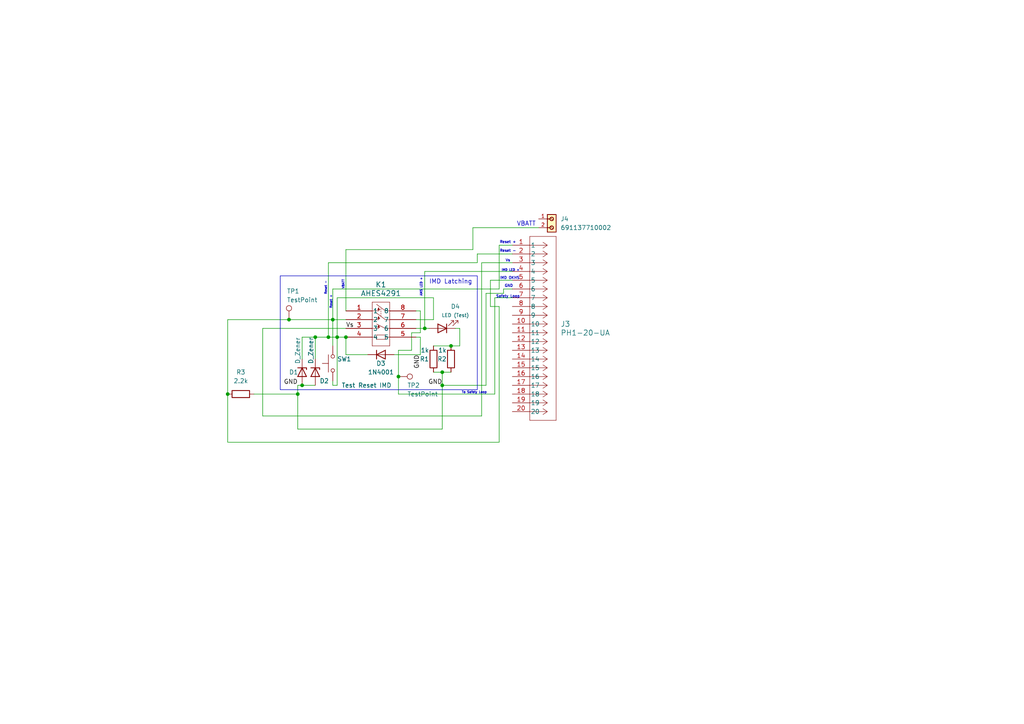
<source format=kicad_sch>
(kicad_sch (version 20231120) (generator "eeschema") (generator_version "8.0")
  (paper "A4")
  (lib_symbols
    (symbol "691137710002:691137710002" (pin_names (offset 1.016))
      (property "Reference" "J" (at -4.88 -0.922 0))
      (symbol "691137710002_0_0"
        (rectangle (start -3.81 -2.54) (end 1.27 0) (stroke (width 0.254)) (fill (type background)))
        (circle (center -2.54 -1.27) (radius 0.508) (stroke (width 0.254)))
        (circle (center 0 -1.27) (radius 0.508) (stroke (width 0.254)))
        (polyline (pts (xy -2.54 -1.778) (xy -2.54 -2.54)) (stroke (width 0.254)))
        (polyline (pts (xy -2.286 -1.016) (xy -2.794 -1.524)) (stroke (width 0.1524)))
        (polyline (pts (xy 0 -1.778) (xy 0 -2.54)) (stroke (width 0.254)))
        (polyline (pts (xy 0.254 -1.016) (xy -0.254 -1.524)) (stroke (width 0.1524)))
        (pin passive line (at -2.54 -5.08 90) (length 2.54) (name "~") (number "1"))
        (pin passive line (at 0 -5.08 90) (length 2.54) (name "~") (number "2"))
      )
    )
    (symbol "Connector:TestPoint" (pin_numbers hide) (pin_names (offset 0.762) hide)
      (property "Reference" "TP" (at 0 6.858 0))
      (property "Value" "TestPoint" (at 0 5.08 0))
      (symbol "TestPoint_0_1"
        (circle (center 0 3.302) (radius 0.762))
      )
      (symbol "TestPoint_1_1"
        (pin passive line (at 0 0 90) (length 2.54) (name "1") (number "1"))
      )
    )
    (symbol "Device:D_Zener" (pin_numbers hide) (pin_names (offset 1.016) hide)
      (property "Reference" "D" (at 0 2.54 0))
      (property "Value" "D_Zener" (at 0 -2.54 0))
      (symbol "D_Zener_0_1"
        (polyline (pts (xy 1.27 0) (xy -1.27 0)))
        (polyline (pts (xy -1.27 -1.27) (xy -1.27 1.27) (xy -0.762 1.27)) (stroke (width 0.254)))
        (polyline (pts (xy 1.27 -1.27) (xy 1.27 1.27) (xy -1.27 0) (xy 1.27 -1.27)) (stroke (width 0.254)))
      )
      (symbol "D_Zener_1_1"
        (pin passive line (at -3.81 0 0) (length 2.54) (name "K") (number "1"))
        (pin passive line (at 3.81 0 180) (length 2.54) (name "A") (number "2"))
      )
    )
    (symbol "Device:LED" (pin_numbers hide) (pin_names (offset 1.016) hide)
      (property "Reference" "D" (at 0 2.54 0))
      (property "Value" "LED" (at 0 -2.54 0))
      (symbol "LED_0_1"
        (polyline (pts (xy -1.27 -1.27) (xy -1.27 1.27)) (stroke (width 0.254)))
        (polyline (pts (xy -1.27 0) (xy 1.27 0)))
        (polyline (pts (xy 1.27 -1.27) (xy 1.27 1.27) (xy -1.27 0) (xy 1.27 -1.27)) (stroke (width 0.254)))
        (polyline (pts (xy -3.048 -0.762) (xy -4.572 -2.286) (xy -3.81 -2.286) (xy -4.572 -2.286) (xy -4.572 -1.524)))
        (polyline (pts (xy -1.778 -0.762) (xy -3.302 -2.286) (xy -2.54 -2.286) (xy -3.302 -2.286) (xy -3.302 -1.524)))
      )
      (symbol "LED_1_1"
        (pin passive line (at -3.81 0 0) (length 2.54) (name "K") (number "1"))
        (pin passive line (at 3.81 0 180) (length 2.54) (name "A") (number "2"))
      )
    )
    (symbol "Device:R" (pin_numbers hide) (pin_names (offset 0))
      (property "Reference" "R" (at 2.032 0 90))
      (property "Value" "R" (at 0 0 90))
      (symbol "R_0_1"
        (rectangle (start -1.016 -2.54) (end 1.016 2.54) (stroke (width 0.254)))
      )
      (symbol "R_1_1"
        (pin passive line (at 0 3.81 270) (length 1.27) (name "~") (number "1"))
        (pin passive line (at 0 -3.81 90) (length 1.27) (name "~") (number "2"))
      )
    )
    (symbol "Diode:1N4001" (pin_numbers hide) (pin_names hide)
      (property "Reference" "D" (at 0 2.54 0))
      (property "Value" "1N4001" (at 0 -2.54 0))
      (symbol "1N4001_0_1"
        (polyline (pts (xy -1.27 1.27) (xy -1.27 -1.27)) (stroke (width 0.254)))
        (polyline (pts (xy 1.27 0) (xy -1.27 0)))
        (polyline (pts (xy 1.27 1.27) (xy 1.27 -1.27) (xy -1.27 0) (xy 1.27 1.27)) (stroke (width 0.254)))
      )
      (symbol "1N4001_1_1"
        (pin passive line (at -3.81 0 0) (length 2.54) (name "K") (number "1"))
        (pin passive line (at 3.81 0 180) (length 2.54) (name "A") (number "2"))
      )
    )
    (symbol "PH1-20-UA:PH1-20-UA" (pin_names (offset 0.254))
      (property "Reference" "J" (at 8.89 6.35 0))
      (property "Value" "PH1-20-UA" (at 0 0 0))
      (symbol "PH1-20-UA_1_1"
        (polyline (pts (xy 5.08 -50.8) (xy 12.7 -50.8)) (stroke (width 0.127)))
        (polyline (pts (xy 5.08 2.54) (xy 5.08 -50.8)) (stroke (width 0.127)))
        (polyline (pts (xy 10.16 -48.26) (xy 5.08 -48.26)) (stroke (width 0.127)))
        (polyline (pts (xy 10.16 -48.26) (xy 8.89 -49.1067)) (stroke (width 0.127)))
        (polyline (pts (xy 10.16 -48.26) (xy 8.89 -47.4133)) (stroke (width 0.127)))
        (polyline (pts (xy 10.16 -45.72) (xy 5.08 -45.72)) (stroke (width 0.127)))
        (polyline (pts (xy 10.16 -45.72) (xy 8.89 -46.5667)) (stroke (width 0.127)))
        (polyline (pts (xy 10.16 -45.72) (xy 8.89 -44.8733)) (stroke (width 0.127)))
        (polyline (pts (xy 10.16 -43.18) (xy 5.08 -43.18)) (stroke (width 0.127)))
        (polyline (pts (xy 10.16 -43.18) (xy 8.89 -44.0267)) (stroke (width 0.127)))
        (polyline (pts (xy 10.16 -43.18) (xy 8.89 -42.3333)) (stroke (width 0.127)))
        (polyline (pts (xy 10.16 -40.64) (xy 5.08 -40.64)) (stroke (width 0.127)))
        (polyline (pts (xy 10.16 -40.64) (xy 8.89 -41.4867)) (stroke (width 0.127)))
        (polyline (pts (xy 10.16 -40.64) (xy 8.89 -39.7933)) (stroke (width 0.127)))
        (polyline (pts (xy 10.16 -38.1) (xy 5.08 -38.1)) (stroke (width 0.127)))
        (polyline (pts (xy 10.16 -38.1) (xy 8.89 -38.9467)) (stroke (width 0.127)))
        (polyline (pts (xy 10.16 -38.1) (xy 8.89 -37.2533)) (stroke (width 0.127)))
        (polyline (pts (xy 10.16 -35.56) (xy 5.08 -35.56)) (stroke (width 0.127)))
        (polyline (pts (xy 10.16 -35.56) (xy 8.89 -36.4067)) (stroke (width 0.127)))
        (polyline (pts (xy 10.16 -35.56) (xy 8.89 -34.7133)) (stroke (width 0.127)))
        (polyline (pts (xy 10.16 -33.02) (xy 5.08 -33.02)) (stroke (width 0.127)))
        (polyline (pts (xy 10.16 -33.02) (xy 8.89 -33.8667)) (stroke (width 0.127)))
        (polyline (pts (xy 10.16 -33.02) (xy 8.89 -32.1733)) (stroke (width 0.127)))
        (polyline (pts (xy 10.16 -30.48) (xy 5.08 -30.48)) (stroke (width 0.127)))
        (polyline (pts (xy 10.16 -30.48) (xy 8.89 -31.3267)) (stroke (width 0.127)))
        (polyline (pts (xy 10.16 -30.48) (xy 8.89 -29.6333)) (stroke (width 0.127)))
        (polyline (pts (xy 10.16 -27.94) (xy 5.08 -27.94)) (stroke (width 0.127)))
        (polyline (pts (xy 10.16 -27.94) (xy 8.89 -28.7867)) (stroke (width 0.127)))
        (polyline (pts (xy 10.16 -27.94) (xy 8.89 -27.0933)) (stroke (width 0.127)))
        (polyline (pts (xy 10.16 -25.4) (xy 5.08 -25.4)) (stroke (width 0.127)))
        (polyline (pts (xy 10.16 -25.4) (xy 8.89 -26.2467)) (stroke (width 0.127)))
        (polyline (pts (xy 10.16 -25.4) (xy 8.89 -24.5533)) (stroke (width 0.127)))
        (polyline (pts (xy 10.16 -22.86) (xy 5.08 -22.86)) (stroke (width 0.127)))
        (polyline (pts (xy 10.16 -22.86) (xy 8.89 -23.7067)) (stroke (width 0.127)))
        (polyline (pts (xy 10.16 -22.86) (xy 8.89 -22.0133)) (stroke (width 0.127)))
        (polyline (pts (xy 10.16 -20.32) (xy 5.08 -20.32)) (stroke (width 0.127)))
        (polyline (pts (xy 10.16 -20.32) (xy 8.89 -21.1667)) (stroke (width 0.127)))
        (polyline (pts (xy 10.16 -20.32) (xy 8.89 -19.4733)) (stroke (width 0.127)))
        (polyline (pts (xy 10.16 -17.78) (xy 5.08 -17.78)) (stroke (width 0.127)))
        (polyline (pts (xy 10.16 -17.78) (xy 8.89 -18.6267)) (stroke (width 0.127)))
        (polyline (pts (xy 10.16 -17.78) (xy 8.89 -16.9333)) (stroke (width 0.127)))
        (polyline (pts (xy 10.16 -15.24) (xy 5.08 -15.24)) (stroke (width 0.127)))
        (polyline (pts (xy 10.16 -15.24) (xy 8.89 -16.0867)) (stroke (width 0.127)))
        (polyline (pts (xy 10.16 -15.24) (xy 8.89 -14.3933)) (stroke (width 0.127)))
        (polyline (pts (xy 10.16 -12.7) (xy 5.08 -12.7)) (stroke (width 0.127)))
        (polyline (pts (xy 10.16 -12.7) (xy 8.89 -13.5467)) (stroke (width 0.127)))
        (polyline (pts (xy 10.16 -12.7) (xy 8.89 -11.8533)) (stroke (width 0.127)))
        (polyline (pts (xy 10.16 -10.16) (xy 5.08 -10.16)) (stroke (width 0.127)))
        (polyline (pts (xy 10.16 -10.16) (xy 8.89 -11.0067)) (stroke (width 0.127)))
        (polyline (pts (xy 10.16 -10.16) (xy 8.89 -9.3133)) (stroke (width 0.127)))
        (polyline (pts (xy 10.16 -7.62) (xy 5.08 -7.62)) (stroke (width 0.127)))
        (polyline (pts (xy 10.16 -7.62) (xy 8.89 -8.4667)) (stroke (width 0.127)))
        (polyline (pts (xy 10.16 -7.62) (xy 8.89 -6.7733)) (stroke (width 0.127)))
        (polyline (pts (xy 10.16 -5.08) (xy 5.08 -5.08)) (stroke (width 0.127)))
        (polyline (pts (xy 10.16 -5.08) (xy 8.89 -5.9267)) (stroke (width 0.127)))
        (polyline (pts (xy 10.16 -5.08) (xy 8.89 -4.2333)) (stroke (width 0.127)))
        (polyline (pts (xy 10.16 -2.54) (xy 5.08 -2.54)) (stroke (width 0.127)))
        (polyline (pts (xy 10.16 -2.54) (xy 8.89 -3.3867)) (stroke (width 0.127)))
        (polyline (pts (xy 10.16 -2.54) (xy 8.89 -1.6933)) (stroke (width 0.127)))
        (polyline (pts (xy 10.16 0) (xy 5.08 0)) (stroke (width 0.127)))
        (polyline (pts (xy 10.16 0) (xy 8.89 -0.8467)) (stroke (width 0.127)))
        (polyline (pts (xy 10.16 0) (xy 8.89 0.8467)) (stroke (width 0.127)))
        (polyline (pts (xy 12.7 -50.8) (xy 12.7 2.54)) (stroke (width 0.127)))
        (polyline (pts (xy 12.7 2.54) (xy 5.08 2.54)) (stroke (width 0.127)))
        (pin unspecified line (at 0 0 0) (length 5.08) (name "1") (number "1"))
        (pin unspecified line (at 0 -22.86 0) (length 5.08) (name "10") (number "10"))
        (pin unspecified line (at 0 -25.4 0) (length 5.08) (name "11") (number "11"))
        (pin unspecified line (at 0 -27.94 0) (length 5.08) (name "12") (number "12"))
        (pin unspecified line (at 0 -30.48 0) (length 5.08) (name "13") (number "13"))
        (pin unspecified line (at 0 -33.02 0) (length 5.08) (name "14") (number "14"))
        (pin unspecified line (at 0 -35.56 0) (length 5.08) (name "15") (number "15"))
        (pin unspecified line (at 0 -38.1 0) (length 5.08) (name "16") (number "16"))
        (pin unspecified line (at 0 -40.64 0) (length 5.08) (name "17") (number "17"))
        (pin unspecified line (at 0 -43.18 0) (length 5.08) (name "18") (number "18"))
        (pin unspecified line (at 0 -45.72 0) (length 5.08) (name "19") (number "19"))
        (pin unspecified line (at 0 -2.54 0) (length 5.08) (name "2") (number "2"))
        (pin unspecified line (at 0 -48.26 0) (length 5.08) (name "20") (number "20"))
        (pin unspecified line (at 0 -5.08 0) (length 5.08) (name "3") (number "3"))
        (pin unspecified line (at 0 -7.62 0) (length 5.08) (name "4") (number "4"))
        (pin unspecified line (at 0 -10.16 0) (length 5.08) (name "5") (number "5"))
        (pin unspecified line (at 0 -12.7 0) (length 5.08) (name "6") (number "6"))
        (pin unspecified line (at 0 -15.24 0) (length 5.08) (name "7") (number "7"))
        (pin unspecified line (at 0 -17.78 0) (length 5.08) (name "8") (number "8"))
        (pin unspecified line (at 0 -20.32 0) (length 5.08) (name "9") (number "9"))
      )
      (symbol "PH1-20-UA_1_2"
        (polyline (pts (xy 5.08 -50.8) (xy 12.7 -50.8)) (stroke (width 0.127)))
        (polyline (pts (xy 5.08 2.54) (xy 5.08 -50.8)) (stroke (width 0.127)))
        (polyline (pts (xy 7.62 -48.26) (xy 5.08 -48.26)) (stroke (width 0.127)))
        (polyline (pts (xy 7.62 -48.26) (xy 8.89 -49.1067)) (stroke (width 0.127)))
        (polyline (pts (xy 7.62 -48.26) (xy 8.89 -47.4133)) (stroke (width 0.127)))
        (polyline (pts (xy 7.62 -45.72) (xy 5.08 -45.72)) (stroke (width 0.127)))
        (polyline (pts (xy 7.62 -45.72) (xy 8.89 -46.5667)) (stroke (width 0.127)))
        (polyline (pts (xy 7.62 -45.72) (xy 8.89 -44.8733)) (stroke (width 0.127)))
        (polyline (pts (xy 7.62 -43.18) (xy 5.08 -43.18)) (stroke (width 0.127)))
        (polyline (pts (xy 7.62 -43.18) (xy 8.89 -44.0267)) (stroke (width 0.127)))
        (polyline (pts (xy 7.62 -43.18) (xy 8.89 -42.3333)) (stroke (width 0.127)))
        (polyline (pts (xy 7.62 -40.64) (xy 5.08 -40.64)) (stroke (width 0.127)))
        (polyline (pts (xy 7.62 -40.64) (xy 8.89 -41.4867)) (stroke (width 0.127)))
        (polyline (pts (xy 7.62 -40.64) (xy 8.89 -39.7933)) (stroke (width 0.127)))
        (polyline (pts (xy 7.62 -38.1) (xy 5.08 -38.1)) (stroke (width 0.127)))
        (polyline (pts (xy 7.62 -38.1) (xy 8.89 -38.9467)) (stroke (width 0.127)))
        (polyline (pts (xy 7.62 -38.1) (xy 8.89 -37.2533)) (stroke (width 0.127)))
        (polyline (pts (xy 7.62 -35.56) (xy 5.08 -35.56)) (stroke (width 0.127)))
        (polyline (pts (xy 7.62 -35.56) (xy 8.89 -36.4067)) (stroke (width 0.127)))
        (polyline (pts (xy 7.62 -35.56) (xy 8.89 -34.7133)) (stroke (width 0.127)))
        (polyline (pts (xy 7.62 -33.02) (xy 5.08 -33.02)) (stroke (width 0.127)))
        (polyline (pts (xy 7.62 -33.02) (xy 8.89 -33.8667)) (stroke (width 0.127)))
        (polyline (pts (xy 7.62 -33.02) (xy 8.89 -32.1733)) (stroke (width 0.127)))
        (polyline (pts (xy 7.62 -30.48) (xy 5.08 -30.48)) (stroke (width 0.127)))
        (polyline (pts (xy 7.62 -30.48) (xy 8.89 -31.3267)) (stroke (width 0.127)))
        (polyline (pts (xy 7.62 -30.48) (xy 8.89 -29.6333)) (stroke (width 0.127)))
        (polyline (pts (xy 7.62 -27.94) (xy 5.08 -27.94)) (stroke (width 0.127)))
        (polyline (pts (xy 7.62 -27.94) (xy 8.89 -28.7867)) (stroke (width 0.127)))
        (polyline (pts (xy 7.62 -27.94) (xy 8.89 -27.0933)) (stroke (width 0.127)))
        (polyline (pts (xy 7.62 -25.4) (xy 5.08 -25.4)) (stroke (width 0.127)))
        (polyline (pts (xy 7.62 -25.4) (xy 8.89 -26.2467)) (stroke (width 0.127)))
        (polyline (pts (xy 7.62 -25.4) (xy 8.89 -24.5533)) (stroke (width 0.127)))
        (polyline (pts (xy 7.62 -22.86) (xy 5.08 -22.86)) (stroke (width 0.127)))
        (polyline (pts (xy 7.62 -22.86) (xy 8.89 -23.7067)) (stroke (width 0.127)))
        (polyline (pts (xy 7.62 -22.86) (xy 8.89 -22.0133)) (stroke (width 0.127)))
        (polyline (pts (xy 7.62 -20.32) (xy 5.08 -20.32)) (stroke (width 0.127)))
        (polyline (pts (xy 7.62 -20.32) (xy 8.89 -21.1667)) (stroke (width 0.127)))
        (polyline (pts (xy 7.62 -20.32) (xy 8.89 -19.4733)) (stroke (width 0.127)))
        (polyline (pts (xy 7.62 -17.78) (xy 5.08 -17.78)) (stroke (width 0.127)))
        (polyline (pts (xy 7.62 -17.78) (xy 8.89 -18.6267)) (stroke (width 0.127)))
        (polyline (pts (xy 7.62 -17.78) (xy 8.89 -16.9333)) (stroke (width 0.127)))
        (polyline (pts (xy 7.62 -15.24) (xy 5.08 -15.24)) (stroke (width 0.127)))
        (polyline (pts (xy 7.62 -15.24) (xy 8.89 -16.0867)) (stroke (width 0.127)))
        (polyline (pts (xy 7.62 -15.24) (xy 8.89 -14.3933)) (stroke (width 0.127)))
        (polyline (pts (xy 7.62 -12.7) (xy 5.08 -12.7)) (stroke (width 0.127)))
        (polyline (pts (xy 7.62 -12.7) (xy 8.89 -13.5467)) (stroke (width 0.127)))
        (polyline (pts (xy 7.62 -12.7) (xy 8.89 -11.8533)) (stroke (width 0.127)))
        (polyline (pts (xy 7.62 -10.16) (xy 5.08 -10.16)) (stroke (width 0.127)))
        (polyline (pts (xy 7.62 -10.16) (xy 8.89 -11.0067)) (stroke (width 0.127)))
        (polyline (pts (xy 7.62 -10.16) (xy 8.89 -9.3133)) (stroke (width 0.127)))
        (polyline (pts (xy 7.62 -7.62) (xy 5.08 -7.62)) (stroke (width 0.127)))
        (polyline (pts (xy 7.62 -7.62) (xy 8.89 -8.4667)) (stroke (width 0.127)))
        (polyline (pts (xy 7.62 -7.62) (xy 8.89 -6.7733)) (stroke (width 0.127)))
        (polyline (pts (xy 7.62 -5.08) (xy 5.08 -5.08)) (stroke (width 0.127)))
        (polyline (pts (xy 7.62 -5.08) (xy 8.89 -5.9267)) (stroke (width 0.127)))
        (polyline (pts (xy 7.62 -5.08) (xy 8.89 -4.2333)) (stroke (width 0.127)))
        (polyline (pts (xy 7.62 -2.54) (xy 5.08 -2.54)) (stroke (width 0.127)))
        (polyline (pts (xy 7.62 -2.54) (xy 8.89 -3.3867)) (stroke (width 0.127)))
        (polyline (pts (xy 7.62 -2.54) (xy 8.89 -1.6933)) (stroke (width 0.127)))
        (polyline (pts (xy 7.62 0) (xy 5.08 0)) (stroke (width 0.127)))
        (polyline (pts (xy 7.62 0) (xy 8.89 -0.8467)) (stroke (width 0.127)))
        (polyline (pts (xy 7.62 0) (xy 8.89 0.8467)) (stroke (width 0.127)))
        (polyline (pts (xy 12.7 -50.8) (xy 12.7 2.54)) (stroke (width 0.127)))
        (polyline (pts (xy 12.7 2.54) (xy 5.08 2.54)) (stroke (width 0.127)))
        (pin unspecified line (at 0 0 0) (length 5.08) (name "1") (number "1"))
        (pin unspecified line (at 0 -22.86 0) (length 5.08) (name "10") (number "10"))
        (pin unspecified line (at 0 -25.4 0) (length 5.08) (name "11") (number "11"))
        (pin unspecified line (at 0 -27.94 0) (length 5.08) (name "12") (number "12"))
        (pin unspecified line (at 0 -30.48 0) (length 5.08) (name "13") (number "13"))
        (pin unspecified line (at 0 -33.02 0) (length 5.08) (name "14") (number "14"))
        (pin unspecified line (at 0 -35.56 0) (length 5.08) (name "15") (number "15"))
        (pin unspecified line (at 0 -38.1 0) (length 5.08) (name "16") (number "16"))
        (pin unspecified line (at 0 -40.64 0) (length 5.08) (name "17") (number "17"))
        (pin unspecified line (at 0 -43.18 0) (length 5.08) (name "18") (number "18"))
        (pin unspecified line (at 0 -45.72 0) (length 5.08) (name "19") (number "19"))
        (pin unspecified line (at 0 -2.54 0) (length 5.08) (name "2") (number "2"))
        (pin unspecified line (at 0 -48.26 0) (length 5.08) (name "20") (number "20"))
        (pin unspecified line (at 0 -5.08 0) (length 5.08) (name "3") (number "3"))
        (pin unspecified line (at 0 -7.62 0) (length 5.08) (name "4") (number "4"))
        (pin unspecified line (at 0 -10.16 0) (length 5.08) (name "5") (number "5"))
        (pin unspecified line (at 0 -12.7 0) (length 5.08) (name "6") (number "6"))
        (pin unspecified line (at 0 -15.24 0) (length 5.08) (name "7") (number "7"))
        (pin unspecified line (at 0 -17.78 0) (length 5.08) (name "8") (number "8"))
        (pin unspecified line (at 0 -20.32 0) (length 5.08) (name "9") (number "9"))
      )
    )
    (symbol "Relay:AHES4291" (pin_names (offset 0.254))
      (property "Reference" "K" (at 10.16 7.62 0))
      (property "Value" "AHES4291" (at 10.16 5.08 0))
      (symbol "AHES4291_0_1"
        (polyline (pts (xy 7.62 -10.16) (xy 12.7 -10.16)) (stroke (width 0.127)))
        (polyline (pts (xy 7.62 -7.62) (xy 8.89 -7.62)) (stroke (width 0.127)))
        (polyline (pts (xy 7.62 -5.08) (xy 9.525 -5.08)) (stroke (width 0.127)))
        (polyline (pts (xy 7.62 -2.54) (xy 9.525 -2.54)) (stroke (width 0.127)))
        (polyline (pts (xy 7.62 0) (xy 9.525 0)) (stroke (width 0.127)))
        (polyline (pts (xy 7.62 2.54) (xy 7.62 -10.16)) (stroke (width 0.127)))
        (polyline (pts (xy 8.89 -8.255) (xy 11.43 -8.255)) (stroke (width 0.127)))
        (polyline (pts (xy 8.89 -6.985) (xy 8.89 -8.255)) (stroke (width 0.127)))
        (polyline (pts (xy 8.89 -3.81) (xy 11.43 -5.08)) (stroke (width 0.127)))
        (polyline (pts (xy 8.89 -0.635) (xy 11.43 -2.54)) (stroke (width 0.127)))
        (polyline (pts (xy 8.89 1.905) (xy 11.43 0)) (stroke (width 0.127)))
        (polyline (pts (xy 9.525 -4.445) (xy 9.525 -5.08)) (stroke (width 0.127)))
        (polyline (pts (xy 9.525 -1.905) (xy 9.525 -2.54)) (stroke (width 0.127)))
        (polyline (pts (xy 9.525 0.635) (xy 9.525 0)) (stroke (width 0.127)))
        (polyline (pts (xy 10.16 -1.5875) (xy 10.16 -1.27)) (stroke (width 0.127)))
        (polyline (pts (xy 10.16 -0.635) (xy 10.16 -0.9525)) (stroke (width 0.127)))
        (polyline (pts (xy 10.16 -0.3175) (xy 10.16 0)) (stroke (width 0.127)))
        (polyline (pts (xy 10.16 0.635) (xy 10.16 0.3175)) (stroke (width 0.127)))
        (polyline (pts (xy 11.43 -8.255) (xy 11.43 -6.985)) (stroke (width 0.127)))
        (polyline (pts (xy 11.43 -6.985) (xy 8.89 -6.985)) (stroke (width 0.127)))
        (polyline (pts (xy 11.43 -5.08) (xy 12.7 -5.08)) (stroke (width 0.127)))
        (polyline (pts (xy 11.43 -2.54) (xy 12.7 -2.54)) (stroke (width 0.127)))
        (polyline (pts (xy 11.43 0) (xy 12.7 0)) (stroke (width 0.127)))
        (polyline (pts (xy 12.7 -10.16) (xy 12.7 2.54)) (stroke (width 0.127)))
        (polyline (pts (xy 12.7 -7.62) (xy 11.43 -7.62)) (stroke (width 0.127)))
        (polyline (pts (xy 12.7 2.54) (xy 7.62 2.54)) (stroke (width 0.127)))
        (polyline (pts (xy 9.525 -4.1275) (xy 9.2075 -4.7625) (xy 9.8425 -4.7625)) (fill (type outline)))
        (polyline (pts (xy 9.525 -1.5875) (xy 9.2075 -2.2225) (xy 9.8425 -2.2225)) (fill (type outline)))
        (polyline (pts (xy 9.525 0.9525) (xy 9.2075 0.3175) (xy 9.8425 0.3175)) (fill (type outline)))
        (pin unspecified line (at 0 0 0) (length 7.62) (name "1") (number "1"))
        (pin unspecified line (at 0 -2.54 0) (length 7.62) (name "2") (number "2"))
        (pin unspecified line (at 0 -5.08 0) (length 7.62) (name "3") (number "3"))
        (pin unspecified line (at 0 -7.62 0) (length 7.62) (name "4") (number "4"))
        (pin unspecified line (at 20.32 -7.62 180) (length 7.62) (name "5") (number "5"))
        (pin unspecified line (at 20.32 -5.08 180) (length 7.62) (name "6") (number "6"))
        (pin unspecified line (at 20.32 -2.54 180) (length 7.62) (name "7") (number "7"))
        (pin unspecified line (at 20.32 0 180) (length 7.62) (name "8") (number "8"))
      )
    )
    (symbol "Switch:SW_Push" (pin_numbers hide) (pin_names (offset 1.016) hide)
      (property "Reference" "SW" (at 1.27 2.54 0))
      (property "Value" "SW_Push" (at 0 -1.524 0))
      (symbol "SW_Push_0_1"
        (circle (center -2.032 0) (radius 0.508))
        (polyline (pts (xy 0 1.27) (xy 0 3.048)))
        (polyline (pts (xy 2.54 1.27) (xy -2.54 1.27)))
        (circle (center 2.032 0) (radius 0.508))
        (pin passive line (at -5.08 0 0) (length 2.54) (name "1") (number "1"))
        (pin passive line (at 5.08 0 180) (length 2.54) (name "2") (number "2"))
      )
    )
  )
  (junction (at 86.36 114.3))
  (junction (at 96.52 92.71))
  (junction (at 130.81 100.33))
  (junction (at 87.63 111.76))
  (junction (at 128.27 107.95))
  (junction (at 66.04 114.3))
  (junction (at 100.33 97.79))
  (junction (at 95.25 97.79))
  (junction (at 97.79 97.79))
  (junction (at 91.44 97.79))
  (junction (at 83.82 92.71))
  (junction (at 115.57 109.22))
  (junction (at 123.19 95.25))
  (junction (at 128.27 111.76))
  (wire (pts (xy 96.52 92.71) (xy 100.33 92.71)))
  (wire (pts (xy 91.44 97.79) (xy 91.44 104.14)))
  (wire (pts (xy 87.63 97.79) (xy 91.44 97.79)))
  (wire (pts (xy 137.16 72.39) (xy 137.16 66.04)))
  (wire (pts (xy 87.63 111.76) (xy 91.44 111.76)))
  (wire (pts (xy 125.73 100.33) (xy 130.81 100.33)))
  (wire (pts (xy 86.36 114.3) (xy 86.36 124.46)))
  (wire (pts (xy 123.19 78.74) (xy 123.19 95.25)))
  (wire (pts (xy 97.79 97.79) (xy 100.33 97.79)))
  (wire (pts (xy 114.3 102.87) (xy 121.92 102.87)))
  (wire (pts (xy 119.38 96.52) (xy 119.38 101.6)))
  (wire (pts (xy 100.33 90.17) (xy 100.33 72.39)))
  (wire (pts (xy 138.43 76.2) (xy 138.43 73.66)))
  (wire (pts (xy 125.73 86.36) (xy 97.79 86.36)))
  (wire (pts (xy 123.19 78.74) (xy 148.59 78.74)))
  (wire (pts (xy 144.78 83.82) (xy 96.52 83.82)))
  (wire (pts (xy 76.2 120.65) (xy 139.7 120.65)))
  (wire (pts (xy 120.65 97.79) (xy 121.92 97.79)))
  (wire (pts (xy 144.78 71.12) (xy 148.59 71.12)))
  (wire (pts (xy 144.78 128.27) (xy 66.04 128.27)))
  (wire (pts (xy 100.33 95.25) (xy 76.2 95.25)))
  (wire (pts (xy 142.24 88.9) (xy 144.78 88.9)))
  (wire (pts (xy 96.52 83.82) (xy 96.52 92.71)))
  (wire (pts (xy 97.79 97.79) (xy 95.25 97.79)))
  (wire (pts (xy 86.36 111.76) (xy 86.36 114.3)))
  (wire (pts (xy 97.79 97.79) (xy 97.79 111.76)))
  (wire (pts (xy 142.24 81.28) (xy 148.59 81.28)))
  (wire (pts (xy 83.82 92.71) (xy 96.52 92.71)))
  (wire (pts (xy 120.65 92.71) (xy 125.73 92.71)))
  (wire (pts (xy 139.7 76.2) (xy 139.7 120.65)))
  (wire (pts (xy 66.04 114.3) (xy 66.04 92.71)))
  (wire (pts (xy 96.52 92.71) (xy 96.52 100.33)))
  (wire (pts (xy 100.33 97.79) (xy 100.33 102.87)))
  (wire (pts (xy 140.97 111.76) (xy 140.97 85.09)))
  (wire (pts (xy 95.25 76.2) (xy 95.25 97.79)))
  (wire (pts (xy 120.65 95.25) (xy 123.19 95.25)))
  (wire (pts (xy 137.16 66.04) (xy 156.21 66.04)))
  (wire (pts (xy 130.81 100.33) (xy 133.35 100.33)))
  (wire (pts (xy 121.92 90.17) (xy 121.92 96.52)))
  (wire (pts (xy 96.52 111.76) (xy 96.52 110.49)))
  (wire (pts (xy 66.04 92.71) (xy 83.82 92.71)))
  (wire (pts (xy 140.97 85.09) (xy 146.05 85.09)))
  (wire (pts (xy 121.92 97.79) (xy 121.92 102.87)))
  (wire (pts (xy 128.27 111.76) (xy 128.27 124.46)))
  (wire (pts (xy 128.27 107.95) (xy 128.27 111.76)))
  (wire (pts (xy 115.57 109.22) (xy 115.57 114.3)))
  (wire (pts (xy 86.36 124.46) (xy 128.27 124.46)))
  (wire (pts (xy 66.04 128.27) (xy 66.04 114.3)))
  (wire (pts (xy 132.08 95.25) (xy 133.35 95.25)))
  (wire (pts (xy 128.27 107.95) (xy 125.73 107.95)))
  (wire (pts (xy 120.65 90.17) (xy 121.92 90.17)))
  (wire (pts (xy 146.05 83.82) (xy 148.59 83.82)))
  (wire (pts (xy 130.81 107.95) (xy 128.27 107.95)))
  (wire (pts (xy 97.79 111.76) (xy 96.52 111.76)))
  (wire (pts (xy 143.51 86.36) (xy 148.59 86.36)))
  (wire (pts (xy 115.57 114.3) (xy 143.51 114.3)))
  (wire (pts (xy 97.79 86.36) (xy 97.79 97.79)))
  (wire (pts (xy 128.27 111.76) (xy 140.97 111.76)))
  (wire (pts (xy 76.2 95.25) (xy 76.2 120.65)))
  (wire (pts (xy 73.66 114.3) (xy 86.36 114.3)))
  (wire (pts (xy 121.92 96.52) (xy 119.38 96.52)))
  (wire (pts (xy 144.78 88.9) (xy 144.78 128.27)))
  (wire (pts (xy 86.36 111.76) (xy 87.63 111.76)))
  (wire (pts (xy 123.19 95.25) (xy 124.46 95.25)))
  (wire (pts (xy 146.05 85.09) (xy 146.05 83.82)))
  (wire (pts (xy 87.63 104.14) (xy 87.63 97.79)))
  (wire (pts (xy 91.44 97.79) (xy 95.25 97.79)))
  (wire (pts (xy 100.33 72.39) (xy 137.16 72.39)))
  (wire (pts (xy 125.73 92.71) (xy 125.73 86.36)))
  (wire (pts (xy 138.43 73.66) (xy 148.59 73.66)))
  (wire (pts (xy 100.33 102.87) (xy 106.68 102.87)))
  (wire (pts (xy 139.7 76.2) (xy 148.59 76.2)))
  (wire (pts (xy 143.51 114.3) (xy 143.51 86.36)))
  (wire (pts (xy 142.24 81.28) (xy 142.24 88.9)))
  (wire (pts (xy 144.78 83.82) (xy 144.78 71.12)))
  (wire (pts (xy 115.57 101.6) (xy 115.57 109.22)))
  (wire (pts (xy 95.25 76.2) (xy 138.43 76.2)))
  (wire (pts (xy 119.38 101.6) (xy 115.57 101.6)))
  (wire (pts (xy 133.35 95.25) (xy 133.35 100.33)))
  (rectangle (start 81.28 80.01) (end 138.43 113.03))
  (text "VBATT" (at 152.654 65.024 0) (effects (font (size 1.27 1.27))))
  (text "VBATT" (at 99.568 82.55 90) (effects (font (size 0.635 0.635))))
  (text "IMD LED +" (at 148.082 78.486 0) (effects (font (size 0.635 0.635))))
  (text "To Safety Loop" (at 133.858 114.3 0) (effects (font (size 0.635 0.635)) (justify left bottom)))
  (text "IMD OKHS" (at 147.828 80.772 0) (effects (font (size 0.762 0.762))))
  (text "Reset -" (at 147.32 72.898 0) (effects (font (size 0.762 0.762))))
  (text "Reset +" (at 147.32 70.358 0) (effects (font (size 0.762 0.762))))
  (text "AMS LED +" (at 122.174 83.312 90) (effects (font (size 0.635 0.635))))
  (text "Safety Loop" (at 147.32 86.106 0) (effects (font (size 0.762 0.762))))
  (text "Reset +" (at 96.012 87.63 90) (effects (font (size 0.635 0.635))))
  (text "Reset -" (at 94.488 83.566 90) (effects (font (size 0.635 0.635))))
  (text "GND" (at 147.574 83.058 0) (effects (font (size 0.762 0.762))))
  (text "Vs" (at 147.32 75.692 0) (effects (font (size 0.762 0.762))))
  (text "IMD Latching" (at 124.46 82.55 0) (effects (font (size 1.27 1.27)) (justify left bottom)))
  (label "Vs" (at 100.33 95.25 0))
  (label "GND" (at 121.92 102.87 270))
  (label "GND" (at 86.36 111.76 180))
  (label "GND" (at 128.27 111.76 180))
  (symbol (lib_id "Device:LED") (at 128.27 95.25 180) (unit 1)
    (property "Reference" "D4" (at 132.08 88.9 0))
    (property "Value" "LED (Test)" (at 132.08 91.44 0) (effects (font (size 1 1))))
    (property "Footprint" "AP3216SYD:LED_AP3216SYD_KNB-L" (effects (hide yes)))
  )
  (symbol (lib_id "Diode:1N4001") (at 110.49 102.87 0) (unit 1)
    (property "Reference" "D3" (at 110.49 105.41 0))
    (property "Value" "1N4001" (at 110.49 107.95 0))
    (property "Footprint" "Diode_THT:D_DO-41_SOD81_P10.16mm_Horizontal" (effects (hide yes)))
    (property "Datasheet" "http://www.vishay.com/docs/88503/1n4001.pdf" (effects (hide yes)))
    (property "Sim.Device" "D" (effects (hide yes)))
    (property "Sim.Pins" "1=K 2=A" (effects (hide yes)))
  )
  (symbol (lib_id "691137710002:691137710002") (at 161.29 66.04 270) (unit 1)
    (property "Reference" "J4" (at 162.56 63.4999 90) (effects (justify left)))
    (property "Value" "691137710002" (at 162.56 66.0399 90) (effects (justify left)))
    (property "Footprint" "691137710002:691137710002" (effects (hide yes)))
    (property "WIRE" "12 to 30 (AWG) 3.31 to 0.05 (mm²)" (effects (hide yes)))
    (property "MOUNT" "THT" (effects (hide yes)))
    (property "IR-VDE" "24A" (effects (hide yes)))
    (property "IR-UL" "16A" (effects (hide yes)))
    (property "VALUE" "691137710002" (effects (hide yes)))
    (property "WORKING-VOLTAGE-UL" "300V(AC)" (effects (hide yes)))
    (property "PART-NUMBER" "691137710002" (effects (hide yes)))
    (property "DATASHEET-URL" "https://www.we-online.com/catalog/datasheet/691137710002.pdf" (effects (hide yes)))
    (property "PITCH" "5mm" (effects (hide yes)))
    (property "PINS" "2" (effects (hide yes)))
    (property "WORKING-VOLTAGE-VDE" "250V(AC)" (effects (hide yes)))
    (property "TYPE" "Horizontal" (effects (hide yes)))
  )
  (symbol (lib_id "Connector:TestPoint") (at 115.57 109.22 270) (unit 1)
    (property "Reference" "TP2" (at 118.11 111.76 90) (effects (justify left)))
    (property "Value" "TestPoint" (at 118.11 114.3 90) (effects (justify left)))
    (property "Footprint" "TestPoint:TestPoint_Loop_D2.60mm_Drill1.6mm_Beaded" (effects (hide yes)))
  )
  (symbol (lib_id "Device:R") (at 130.81 104.14 180) (unit 1)
    (property "Reference" "R2" (at 129.54 104.14 0) (effects (justify left)))
    (property "Value" "1k" (at 129.54 101.6 0) (effects (justify left)))
    (property "Footprint" "CF14JT10K0:STA_CF14_STP" (effects (hide yes)))
  )
  (symbol (lib_id "Switch:SW_Push") (at 96.52 105.41 90) (unit 1)
    (property "Reference" "SW1" (at 97.79 104.14 90) (effects (justify right)))
    (property "Value" "Test Reset IMD" (at 99.06 111.76 90) (effects (justify right)))
    (property "Footprint" "1825910-6:SW4_1825910-B_TEC" (effects (hide yes)))
  )
  (symbol (lib_id "Relay:AHES4291") (at 100.33 90.17 0) (unit 1)
    (property "Reference" "K1" (at 110.49 82.55 0) (effects (font (size 1.524 1.524))))
    (property "Value" "AHES4291" (at 110.49 85.09 0) (effects (font (size 1.524 1.524))))
    (property "Footprint" "AHES4291:AHES4_PAN" (effects (hide yes)))
    (property "Datasheet" "AHES4291" (effects (hide yes)))
  )
  (symbol (lib_id "PH1-20-UA:PH1-20-UA") (at 148.59 71.12 0) (unit 1)
    (property "Reference" "J3" (at 162.56 93.9799 0) (effects (font (size 1.524 1.524)) (justify left)))
    (property "Value" "PH1-20-UA" (at 162.56 96.5199 0) (effects (font (size 1.524 1.524)) (justify left)))
    (property "Footprint" "PH1-20-UA:CONN_PH1-20-UA_ADM" (effects (hide yes)))
    (property "Datasheet" "PH1-20-UA" (effects (hide yes)))
  )
  (symbol (lib_id "Device:R") (at 125.73 104.14 180) (unit 1)
    (property "Reference" "R1" (at 124.46 104.14 0) (effects (justify left)))
    (property "Value" "1k" (at 124.46 101.6 0) (effects (justify left)))
    (property "Footprint" "CF14JT10K0:STA_CF14_STP" (effects (hide yes)))
  )
  (symbol (lib_id "Device:D_Zener") (at 87.63 107.95 270) (unit 1)
    (property "Reference" "D1" (at 83.82 107.95 90) (effects (justify left)))
    (property "Value" "D_Zener" (at 86.36 97.79 0) (effects (justify left)))
    (property "Footprint" "RMCF0603FT1K00:RESC1508X55N" (effects (hide yes)))
  )
  (symbol (lib_id "Connector:TestPoint") (at 83.82 92.71 0) (unit 1)
    (property "Reference" "TP1" (at 83.185 84.455 0) (effects (justify left)))
    (property "Value" "TestPoint" (at 83.185 86.995 0) (effects (justify left)))
    (property "Footprint" "TestPoint:TestPoint_Loop_D2.60mm_Drill1.6mm_Beaded" (effects (hide yes)))
  )
  (symbol (lib_id "Device:D_Zener") (at 91.44 107.95 270) (unit 1)
    (property "Reference" "D2" (at 92.71 110.49 90) (effects (justify left)))
    (property "Value" "D_Zener" (at 90.17 97.79 0) (effects (justify left)))
    (property "Footprint" "RMCF0603FT1K00:RESC1508X55N" (effects (hide yes)))
  )
  (symbol (lib_id "Device:R") (at 69.85 114.3 90) (unit 1)
    (property "Reference" "R3" (at 69.85 107.95 90))
    (property "Value" "2.2k" (at 69.85 110.49 90))
    (property "Footprint" "CF14JT10K0:STA_CF14_STP" (effects (hide yes)))
    (property "Description" "Resistor" (effects (hide yes)))
  )
)
</source>
